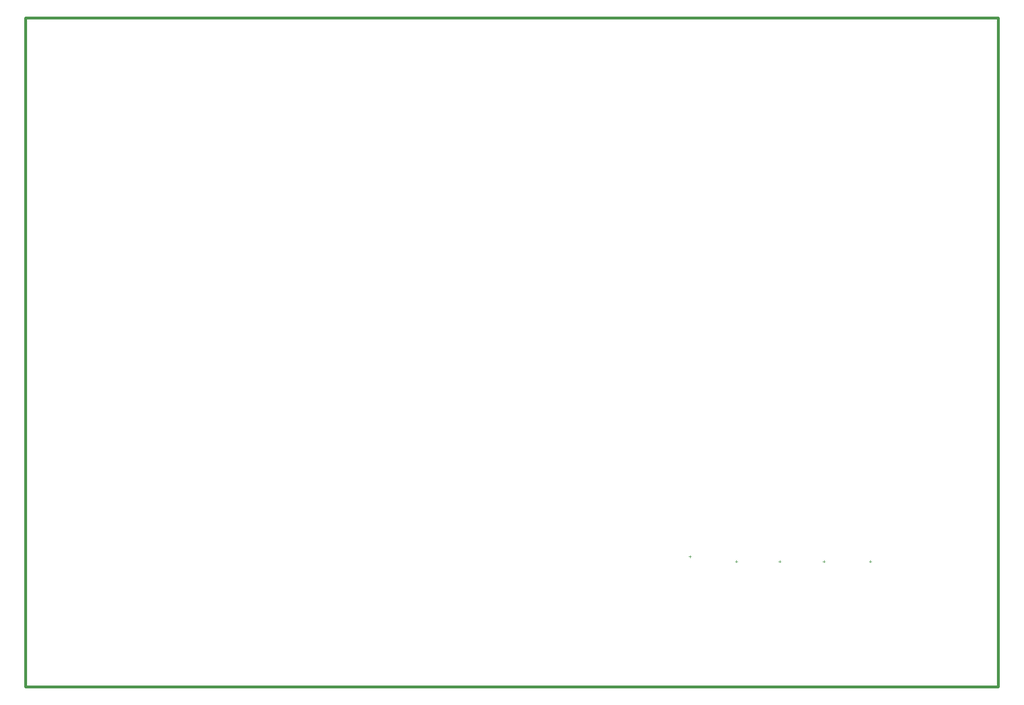
<source format=gm1>
G04*
G04 #@! TF.GenerationSoftware,Altium Limited,Altium Designer,20.1.12 (249)*
G04*
G04 Layer_Color=16711935*
%FSTAX24Y24*%
%MOIN*%
G70*
G04*
G04 #@! TF.SameCoordinates,50E87493-BE94-4217-AE32-DCF7016E3123*
G04*
G04*
G04 #@! TF.FilePolarity,Positive*
G04*
G01*
G75*
%ADD16C,0.0039*%
%ADD79C,0.0197*%
D16*
X063521Y01645D02*
X063679D01*
X0636Y016371D02*
Y016529D01*
X057171Y01645D02*
X057329D01*
X05725Y016371D02*
Y016529D01*
X054121Y01645D02*
X054279D01*
X0542Y016371D02*
Y016529D01*
X060271Y01645D02*
X060429D01*
X06035Y016371D02*
Y016529D01*
X050871Y0168D02*
X051029D01*
X05095Y016721D02*
Y016879D01*
D79*
X004337Y00765D02*
X072587D01*
X004337D02*
Y0546D01*
X072587D01*
Y00765D02*
Y0546D01*
M02*

</source>
